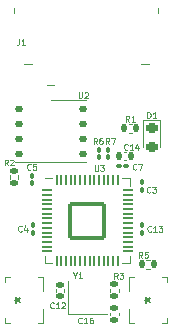
<source format=gto>
G04 #@! TF.GenerationSoftware,KiCad,Pcbnew,(6.0.5-0)*
G04 #@! TF.CreationDate,2022-11-02T01:33:32-04:00*
G04 #@! TF.ProjectId,rp_ducky,72705f64-7563-46b7-992e-6b696361645f,rev?*
G04 #@! TF.SameCoordinates,Original*
G04 #@! TF.FileFunction,Legend,Top*
G04 #@! TF.FilePolarity,Positive*
%FSLAX46Y46*%
G04 Gerber Fmt 4.6, Leading zero omitted, Abs format (unit mm)*
G04 Created by KiCad (PCBNEW (6.0.5-0)) date 2022-11-02 01:33:32*
%MOMM*%
%LPD*%
G01*
G04 APERTURE LIST*
G04 Aperture macros list*
%AMRoundRect*
0 Rectangle with rounded corners*
0 $1 Rounding radius*
0 $2 $3 $4 $5 $6 $7 $8 $9 X,Y pos of 4 corners*
0 Add a 4 corners polygon primitive as box body*
4,1,4,$2,$3,$4,$5,$6,$7,$8,$9,$2,$3,0*
0 Add four circle primitives for the rounded corners*
1,1,$1+$1,$2,$3*
1,1,$1+$1,$4,$5*
1,1,$1+$1,$6,$7*
1,1,$1+$1,$8,$9*
0 Add four rect primitives between the rounded corners*
20,1,$1+$1,$2,$3,$4,$5,0*
20,1,$1+$1,$4,$5,$6,$7,0*
20,1,$1+$1,$6,$7,$8,$9,0*
20,1,$1+$1,$8,$9,$2,$3,0*%
G04 Aperture macros list end*
%ADD10C,0.100000*%
%ADD11C,0.150000*%
%ADD12C,0.120000*%
%ADD13RoundRect,0.100000X-0.100000X0.130000X-0.100000X-0.130000X0.100000X-0.130000X0.100000X0.130000X0*%
%ADD14C,0.711200*%
%ADD15R,0.812800X0.508000*%
%ADD16R,0.508000X0.889000*%
%ADD17RoundRect,0.218750X-0.256250X0.218750X-0.256250X-0.218750X0.256250X-0.218750X0.256250X0.218750X0*%
%ADD18RoundRect,0.125000X-0.250000X-0.125000X0.250000X-0.125000X0.250000X0.125000X-0.250000X0.125000X0*%
%ADD19R,3.400000X4.300000*%
%ADD20RoundRect,0.100000X0.100000X-0.130000X0.100000X0.130000X-0.100000X0.130000X-0.100000X-0.130000X0*%
%ADD21RoundRect,0.100000X0.130000X0.100000X-0.130000X0.100000X-0.130000X-0.100000X0.130000X-0.100000X0*%
%ADD22R,1.150000X1.000000*%
%ADD23RoundRect,0.140000X0.170000X-0.140000X0.170000X0.140000X-0.170000X0.140000X-0.170000X-0.140000X0*%
%ADD24RoundRect,0.050000X-0.387500X-0.050000X0.387500X-0.050000X0.387500X0.050000X-0.387500X0.050000X0*%
%ADD25RoundRect,0.050000X-0.050000X-0.387500X0.050000X-0.387500X0.050000X0.387500X-0.050000X0.387500X0*%
%ADD26RoundRect,0.144000X-1.456000X-1.456000X1.456000X-1.456000X1.456000X1.456000X-1.456000X1.456000X0*%
%ADD27RoundRect,0.135000X0.135000X0.185000X-0.135000X0.185000X-0.135000X-0.185000X0.135000X-0.185000X0*%
%ADD28RoundRect,0.135000X0.185000X-0.135000X0.185000X0.135000X-0.185000X0.135000X-0.185000X-0.135000X0*%
%ADD29RoundRect,0.140000X-0.170000X0.140000X-0.170000X-0.140000X0.170000X-0.140000X0.170000X0.140000X0*%
%ADD30RoundRect,0.140000X0.140000X0.170000X-0.140000X0.170000X-0.140000X-0.170000X0.140000X-0.170000X0*%
%ADD31RoundRect,0.135000X-0.185000X0.135000X-0.185000X-0.135000X0.185000X-0.135000X0.185000X0.135000X0*%
%ADD32R,1.300000X1.700000*%
%ADD33C,2.600000*%
G04 APERTURE END LIST*
D10*
X92451666Y-55578571D02*
X92427857Y-55602380D01*
X92356428Y-55626190D01*
X92308809Y-55626190D01*
X92237380Y-55602380D01*
X92189761Y-55554761D01*
X92165952Y-55507142D01*
X92142142Y-55411904D01*
X92142142Y-55340476D01*
X92165952Y-55245238D01*
X92189761Y-55197619D01*
X92237380Y-55150000D01*
X92308809Y-55126190D01*
X92356428Y-55126190D01*
X92427857Y-55150000D01*
X92451666Y-55173809D01*
X92618333Y-55126190D02*
X92927857Y-55126190D01*
X92761190Y-55316666D01*
X92832619Y-55316666D01*
X92880238Y-55340476D01*
X92904047Y-55364285D01*
X92927857Y-55411904D01*
X92927857Y-55530952D01*
X92904047Y-55578571D01*
X92880238Y-55602380D01*
X92832619Y-55626190D01*
X92689761Y-55626190D01*
X92642142Y-55602380D01*
X92618333Y-55578571D01*
D11*
X80948180Y-64700000D02*
X81186276Y-64700000D01*
X81091038Y-64938095D02*
X81186276Y-64700000D01*
X81091038Y-64461904D01*
X81376752Y-64842857D02*
X81186276Y-64700000D01*
X81376752Y-64557142D01*
D10*
X92180952Y-49296190D02*
X92180952Y-48796190D01*
X92300000Y-48796190D01*
X92371428Y-48820000D01*
X92419047Y-48867619D01*
X92442857Y-48915238D01*
X92466666Y-49010476D01*
X92466666Y-49081904D01*
X92442857Y-49177142D01*
X92419047Y-49224761D01*
X92371428Y-49272380D01*
X92300000Y-49296190D01*
X92180952Y-49296190D01*
X92942857Y-49296190D02*
X92657142Y-49296190D01*
X92800000Y-49296190D02*
X92800000Y-48796190D01*
X92752380Y-48867619D01*
X92704761Y-48915238D01*
X92657142Y-48939047D01*
X86369047Y-47096190D02*
X86369047Y-47500952D01*
X86392857Y-47548571D01*
X86416666Y-47572380D01*
X86464285Y-47596190D01*
X86559523Y-47596190D01*
X86607142Y-47572380D01*
X86630952Y-47548571D01*
X86654761Y-47500952D01*
X86654761Y-47096190D01*
X86869047Y-47143809D02*
X86892857Y-47120000D01*
X86940476Y-47096190D01*
X87059523Y-47096190D01*
X87107142Y-47120000D01*
X87130952Y-47143809D01*
X87154761Y-47191428D01*
X87154761Y-47239047D01*
X87130952Y-47310476D01*
X86845238Y-47596190D01*
X87154761Y-47596190D01*
X88966666Y-51496190D02*
X88800000Y-51258095D01*
X88680952Y-51496190D02*
X88680952Y-50996190D01*
X88871428Y-50996190D01*
X88919047Y-51020000D01*
X88942857Y-51043809D01*
X88966666Y-51091428D01*
X88966666Y-51162857D01*
X88942857Y-51210476D01*
X88919047Y-51234285D01*
X88871428Y-51258095D01*
X88680952Y-51258095D01*
X89133333Y-50996190D02*
X89466666Y-50996190D01*
X89252380Y-51496190D01*
X91246666Y-53618571D02*
X91222857Y-53642380D01*
X91151428Y-53666190D01*
X91103809Y-53666190D01*
X91032380Y-53642380D01*
X90984761Y-53594761D01*
X90960952Y-53547142D01*
X90937142Y-53451904D01*
X90937142Y-53380476D01*
X90960952Y-53285238D01*
X90984761Y-53237619D01*
X91032380Y-53190000D01*
X91103809Y-53166190D01*
X91151428Y-53166190D01*
X91222857Y-53190000D01*
X91246666Y-53213809D01*
X91413333Y-53166190D02*
X91746666Y-53166190D01*
X91532380Y-53666190D01*
X86051904Y-62638095D02*
X86051904Y-62876190D01*
X85885238Y-62376190D02*
X86051904Y-62638095D01*
X86218571Y-62376190D01*
X86647142Y-62876190D02*
X86361428Y-62876190D01*
X86504285Y-62876190D02*
X86504285Y-62376190D01*
X86456666Y-62447619D01*
X86409047Y-62495238D01*
X86361428Y-62519047D01*
X82316666Y-53638571D02*
X82292857Y-53662380D01*
X82221428Y-53686190D01*
X82173809Y-53686190D01*
X82102380Y-53662380D01*
X82054761Y-53614761D01*
X82030952Y-53567142D01*
X82007142Y-53471904D01*
X82007142Y-53400476D01*
X82030952Y-53305238D01*
X82054761Y-53257619D01*
X82102380Y-53210000D01*
X82173809Y-53186190D01*
X82221428Y-53186190D01*
X82292857Y-53210000D01*
X82316666Y-53233809D01*
X82769047Y-53186190D02*
X82530952Y-53186190D01*
X82507142Y-53424285D01*
X82530952Y-53400476D01*
X82578571Y-53376666D01*
X82697619Y-53376666D01*
X82745238Y-53400476D01*
X82769047Y-53424285D01*
X82792857Y-53471904D01*
X82792857Y-53590952D01*
X82769047Y-53638571D01*
X82745238Y-53662380D01*
X82697619Y-53686190D01*
X82578571Y-53686190D01*
X82530952Y-53662380D01*
X82507142Y-53638571D01*
X81546666Y-58863571D02*
X81522857Y-58887380D01*
X81451428Y-58911190D01*
X81403809Y-58911190D01*
X81332380Y-58887380D01*
X81284761Y-58839761D01*
X81260952Y-58792142D01*
X81237142Y-58696904D01*
X81237142Y-58625476D01*
X81260952Y-58530238D01*
X81284761Y-58482619D01*
X81332380Y-58435000D01*
X81403809Y-58411190D01*
X81451428Y-58411190D01*
X81522857Y-58435000D01*
X81546666Y-58458809D01*
X81975238Y-58577857D02*
X81975238Y-58911190D01*
X81856190Y-58387380D02*
X81737142Y-58744523D01*
X82046666Y-58744523D01*
X86628571Y-66648571D02*
X86604761Y-66672380D01*
X86533333Y-66696190D01*
X86485714Y-66696190D01*
X86414285Y-66672380D01*
X86366666Y-66624761D01*
X86342857Y-66577142D01*
X86319047Y-66481904D01*
X86319047Y-66410476D01*
X86342857Y-66315238D01*
X86366666Y-66267619D01*
X86414285Y-66220000D01*
X86485714Y-66196190D01*
X86533333Y-66196190D01*
X86604761Y-66220000D01*
X86628571Y-66243809D01*
X87104761Y-66696190D02*
X86819047Y-66696190D01*
X86961904Y-66696190D02*
X86961904Y-66196190D01*
X86914285Y-66267619D01*
X86866666Y-66315238D01*
X86819047Y-66339047D01*
X87533333Y-66196190D02*
X87438095Y-66196190D01*
X87390476Y-66220000D01*
X87366666Y-66243809D01*
X87319047Y-66315238D01*
X87295238Y-66410476D01*
X87295238Y-66600952D01*
X87319047Y-66648571D01*
X87342857Y-66672380D01*
X87390476Y-66696190D01*
X87485714Y-66696190D01*
X87533333Y-66672380D01*
X87557142Y-66648571D01*
X87580952Y-66600952D01*
X87580952Y-66481904D01*
X87557142Y-66434285D01*
X87533333Y-66410476D01*
X87485714Y-66386666D01*
X87390476Y-66386666D01*
X87342857Y-66410476D01*
X87319047Y-66434285D01*
X87295238Y-66481904D01*
X87734047Y-53281190D02*
X87734047Y-53685952D01*
X87757857Y-53733571D01*
X87781666Y-53757380D01*
X87829285Y-53781190D01*
X87924523Y-53781190D01*
X87972142Y-53757380D01*
X87995952Y-53733571D01*
X88019761Y-53685952D01*
X88019761Y-53281190D01*
X88210238Y-53281190D02*
X88519761Y-53281190D01*
X88353095Y-53471666D01*
X88424523Y-53471666D01*
X88472142Y-53495476D01*
X88495952Y-53519285D01*
X88519761Y-53566904D01*
X88519761Y-53685952D01*
X88495952Y-53733571D01*
X88472142Y-53757380D01*
X88424523Y-53781190D01*
X88281666Y-53781190D01*
X88234047Y-53757380D01*
X88210238Y-53733571D01*
D11*
X91956580Y-64700000D02*
X92194676Y-64700000D01*
X92099438Y-64938095D02*
X92194676Y-64700000D01*
X92099438Y-64461904D01*
X92385152Y-64842857D02*
X92194676Y-64700000D01*
X92385152Y-64557142D01*
D10*
X91766666Y-61126190D02*
X91600000Y-60888095D01*
X91480952Y-61126190D02*
X91480952Y-60626190D01*
X91671428Y-60626190D01*
X91719047Y-60650000D01*
X91742857Y-60673809D01*
X91766666Y-60721428D01*
X91766666Y-60792857D01*
X91742857Y-60840476D01*
X91719047Y-60864285D01*
X91671428Y-60888095D01*
X91480952Y-60888095D01*
X92219047Y-60626190D02*
X91980952Y-60626190D01*
X91957142Y-60864285D01*
X91980952Y-60840476D01*
X92028571Y-60816666D01*
X92147619Y-60816666D01*
X92195238Y-60840476D01*
X92219047Y-60864285D01*
X92242857Y-60911904D01*
X92242857Y-61030952D01*
X92219047Y-61078571D01*
X92195238Y-61102380D01*
X92147619Y-61126190D01*
X92028571Y-61126190D01*
X91980952Y-61102380D01*
X91957142Y-61078571D01*
X89666666Y-62896190D02*
X89500000Y-62658095D01*
X89380952Y-62896190D02*
X89380952Y-62396190D01*
X89571428Y-62396190D01*
X89619047Y-62420000D01*
X89642857Y-62443809D01*
X89666666Y-62491428D01*
X89666666Y-62562857D01*
X89642857Y-62610476D01*
X89619047Y-62634285D01*
X89571428Y-62658095D01*
X89380952Y-62658095D01*
X89833333Y-62396190D02*
X90142857Y-62396190D01*
X89976190Y-62586666D01*
X90047619Y-62586666D01*
X90095238Y-62610476D01*
X90119047Y-62634285D01*
X90142857Y-62681904D01*
X90142857Y-62800952D01*
X90119047Y-62848571D01*
X90095238Y-62872380D01*
X90047619Y-62896190D01*
X89904761Y-62896190D01*
X89857142Y-62872380D01*
X89833333Y-62848571D01*
X92508571Y-58888571D02*
X92484761Y-58912380D01*
X92413333Y-58936190D01*
X92365714Y-58936190D01*
X92294285Y-58912380D01*
X92246666Y-58864761D01*
X92222857Y-58817142D01*
X92199047Y-58721904D01*
X92199047Y-58650476D01*
X92222857Y-58555238D01*
X92246666Y-58507619D01*
X92294285Y-58460000D01*
X92365714Y-58436190D01*
X92413333Y-58436190D01*
X92484761Y-58460000D01*
X92508571Y-58483809D01*
X92984761Y-58936190D02*
X92699047Y-58936190D01*
X92841904Y-58936190D02*
X92841904Y-58436190D01*
X92794285Y-58507619D01*
X92746666Y-58555238D01*
X92699047Y-58579047D01*
X93151428Y-58436190D02*
X93460952Y-58436190D01*
X93294285Y-58626666D01*
X93365714Y-58626666D01*
X93413333Y-58650476D01*
X93437142Y-58674285D01*
X93460952Y-58721904D01*
X93460952Y-58840952D01*
X93437142Y-58888571D01*
X93413333Y-58912380D01*
X93365714Y-58936190D01*
X93222857Y-58936190D01*
X93175238Y-58912380D01*
X93151428Y-58888571D01*
X84263571Y-65358571D02*
X84239761Y-65382380D01*
X84168333Y-65406190D01*
X84120714Y-65406190D01*
X84049285Y-65382380D01*
X84001666Y-65334761D01*
X83977857Y-65287142D01*
X83954047Y-65191904D01*
X83954047Y-65120476D01*
X83977857Y-65025238D01*
X84001666Y-64977619D01*
X84049285Y-64930000D01*
X84120714Y-64906190D01*
X84168333Y-64906190D01*
X84239761Y-64930000D01*
X84263571Y-64953809D01*
X84739761Y-65406190D02*
X84454047Y-65406190D01*
X84596904Y-65406190D02*
X84596904Y-64906190D01*
X84549285Y-64977619D01*
X84501666Y-65025238D01*
X84454047Y-65049047D01*
X84930238Y-64953809D02*
X84954047Y-64930000D01*
X85001666Y-64906190D01*
X85120714Y-64906190D01*
X85168333Y-64930000D01*
X85192142Y-64953809D01*
X85215952Y-65001428D01*
X85215952Y-65049047D01*
X85192142Y-65120476D01*
X84906428Y-65406190D01*
X85215952Y-65406190D01*
X87916666Y-51496190D02*
X87750000Y-51258095D01*
X87630952Y-51496190D02*
X87630952Y-50996190D01*
X87821428Y-50996190D01*
X87869047Y-51020000D01*
X87892857Y-51043809D01*
X87916666Y-51091428D01*
X87916666Y-51162857D01*
X87892857Y-51210476D01*
X87869047Y-51234285D01*
X87821428Y-51258095D01*
X87630952Y-51258095D01*
X88345238Y-50996190D02*
X88250000Y-50996190D01*
X88202380Y-51020000D01*
X88178571Y-51043809D01*
X88130952Y-51115238D01*
X88107142Y-51210476D01*
X88107142Y-51400952D01*
X88130952Y-51448571D01*
X88154761Y-51472380D01*
X88202380Y-51496190D01*
X88297619Y-51496190D01*
X88345238Y-51472380D01*
X88369047Y-51448571D01*
X88392857Y-51400952D01*
X88392857Y-51281904D01*
X88369047Y-51234285D01*
X88345238Y-51210476D01*
X88297619Y-51186666D01*
X88202380Y-51186666D01*
X88154761Y-51210476D01*
X88130952Y-51234285D01*
X88107142Y-51281904D01*
X90518571Y-51948571D02*
X90494761Y-51972380D01*
X90423333Y-51996190D01*
X90375714Y-51996190D01*
X90304285Y-51972380D01*
X90256666Y-51924761D01*
X90232857Y-51877142D01*
X90209047Y-51781904D01*
X90209047Y-51710476D01*
X90232857Y-51615238D01*
X90256666Y-51567619D01*
X90304285Y-51520000D01*
X90375714Y-51496190D01*
X90423333Y-51496190D01*
X90494761Y-51520000D01*
X90518571Y-51543809D01*
X90994761Y-51996190D02*
X90709047Y-51996190D01*
X90851904Y-51996190D02*
X90851904Y-51496190D01*
X90804285Y-51567619D01*
X90756666Y-51615238D01*
X90709047Y-51639047D01*
X91423333Y-51662857D02*
X91423333Y-51996190D01*
X91304285Y-51472380D02*
X91185238Y-51829523D01*
X91494761Y-51829523D01*
X80396666Y-53316190D02*
X80230000Y-53078095D01*
X80110952Y-53316190D02*
X80110952Y-52816190D01*
X80301428Y-52816190D01*
X80349047Y-52840000D01*
X80372857Y-52863809D01*
X80396666Y-52911428D01*
X80396666Y-52982857D01*
X80372857Y-53030476D01*
X80349047Y-53054285D01*
X80301428Y-53078095D01*
X80110952Y-53078095D01*
X80587142Y-52863809D02*
X80610952Y-52840000D01*
X80658571Y-52816190D01*
X80777619Y-52816190D01*
X80825238Y-52840000D01*
X80849047Y-52863809D01*
X80872857Y-52911428D01*
X80872857Y-52959047D01*
X80849047Y-53030476D01*
X80563333Y-53316190D01*
X80872857Y-53316190D01*
X81323333Y-42606190D02*
X81323333Y-42963333D01*
X81299523Y-43034761D01*
X81251904Y-43082380D01*
X81180476Y-43106190D01*
X81132857Y-43106190D01*
X81823333Y-43106190D02*
X81537619Y-43106190D01*
X81680476Y-43106190D02*
X81680476Y-42606190D01*
X81632857Y-42677619D01*
X81585238Y-42725238D01*
X81537619Y-42749047D01*
X90666666Y-49596190D02*
X90500000Y-49358095D01*
X90380952Y-49596190D02*
X90380952Y-49096190D01*
X90571428Y-49096190D01*
X90619047Y-49120000D01*
X90642857Y-49143809D01*
X90666666Y-49191428D01*
X90666666Y-49262857D01*
X90642857Y-49310476D01*
X90619047Y-49334285D01*
X90571428Y-49358095D01*
X90380952Y-49358095D01*
X91142857Y-49596190D02*
X90857142Y-49596190D01*
X91000000Y-49596190D02*
X91000000Y-49096190D01*
X90952380Y-49167619D01*
X90904761Y-49215238D01*
X90857142Y-49239047D01*
D12*
X83350000Y-63922760D02*
X83350000Y-62769600D01*
X80150000Y-62770000D02*
X80150000Y-63200000D01*
X80560000Y-62769600D02*
X80150000Y-62769600D01*
X80150000Y-66230000D02*
X80150000Y-66630000D01*
X83343931Y-62769600D02*
X82956070Y-62769600D01*
X80150000Y-66630400D02*
X80560000Y-66630400D01*
X82950000Y-66630400D02*
X83337861Y-66630400D01*
X83350000Y-66630400D02*
X83350000Y-65477240D01*
X93285000Y-49485000D02*
X91815000Y-49485000D01*
X91815000Y-49485000D02*
X91815000Y-51770000D01*
X93285000Y-51770000D02*
X93285000Y-49485000D01*
X81000000Y-53010000D02*
X87000000Y-53010000D01*
X84000000Y-47790000D02*
X87000000Y-47790000D01*
X85450000Y-63100000D02*
X85450000Y-65900000D01*
X85450000Y-65900000D02*
X88750000Y-65900000D01*
X89040000Y-66007836D02*
X89040000Y-65792164D01*
X89760000Y-66007836D02*
X89760000Y-65792164D01*
X90710000Y-61610000D02*
X90710000Y-60960000D01*
X84140000Y-61610000D02*
X83490000Y-61610000D01*
X90710000Y-54390000D02*
X90710000Y-55040000D01*
X90060000Y-54390000D02*
X90710000Y-54390000D01*
X90060000Y-61610000D02*
X90710000Y-61610000D01*
X84140000Y-54390000D02*
X83490000Y-54390000D01*
X83490000Y-61610000D02*
X83490000Y-60960000D01*
X90656069Y-66630400D02*
X91043930Y-66630400D01*
X93850000Y-63170000D02*
X93850000Y-62770000D01*
X93850000Y-66630000D02*
X93850000Y-66200000D01*
X91050000Y-62769600D02*
X90662139Y-62769600D01*
X93440000Y-66630400D02*
X93850000Y-66630400D01*
X90650000Y-62769600D02*
X90650000Y-63922760D01*
X93850000Y-62769600D02*
X93440000Y-62769600D01*
X90650000Y-65477240D02*
X90650000Y-66630400D01*
X92403641Y-61320000D02*
X92096359Y-61320000D01*
X92403641Y-62080000D02*
X92096359Y-62080000D01*
X89020000Y-64053641D02*
X89020000Y-63746359D01*
X89780000Y-64053641D02*
X89780000Y-63746359D01*
X85160000Y-63792164D02*
X85160000Y-64007836D01*
X84440000Y-63792164D02*
X84440000Y-64007836D01*
X90407836Y-52140000D02*
X90192164Y-52140000D01*
X90407836Y-52860000D02*
X90192164Y-52860000D01*
X80520000Y-54146359D02*
X80520000Y-54453641D01*
X81280000Y-54146359D02*
X81280000Y-54453641D01*
X91610000Y-44745000D02*
X92290000Y-44745000D01*
X93060000Y-40005000D02*
X93060000Y-40405000D01*
X84300000Y-46520000D02*
X83700000Y-46520000D01*
X80940000Y-40005000D02*
X80940000Y-40405000D01*
X82390000Y-44745000D02*
X81710000Y-44745000D01*
X90903641Y-49802500D02*
X90596359Y-49802500D01*
X90903641Y-50562500D02*
X90596359Y-50562500D01*
%LPC*%
D13*
X91700000Y-54750000D03*
X91700000Y-55390000D03*
D14*
X81750000Y-63699999D03*
X81750000Y-65700001D03*
D15*
X81150001Y-62999998D03*
D16*
X83399999Y-64700000D03*
D15*
X81150001Y-66400002D03*
X82349999Y-66400002D03*
X82349999Y-62999998D03*
D17*
X92550000Y-50182500D03*
X92550000Y-51757500D03*
D18*
X81300000Y-48495000D03*
X81300000Y-49765000D03*
X81300000Y-51035000D03*
X81300000Y-52305000D03*
X86700000Y-52305000D03*
X86700000Y-51035000D03*
X86700000Y-49765000D03*
X86700000Y-48495000D03*
D19*
X84000000Y-50400000D03*
D20*
X88900000Y-52620000D03*
X88900000Y-51980000D03*
D21*
X90420000Y-53400000D03*
X89780000Y-53400000D03*
D22*
X86225000Y-65200000D03*
X87975000Y-65200000D03*
X87975000Y-63800000D03*
X86225000Y-63800000D03*
D13*
X82400000Y-54180000D03*
X82400000Y-54820000D03*
X82495000Y-58365000D03*
X82495000Y-59005000D03*
D23*
X89400000Y-66380000D03*
X89400000Y-65420000D03*
D24*
X83662500Y-55400000D03*
X83662500Y-55800000D03*
X83662500Y-56200000D03*
X83662500Y-56600000D03*
X83662500Y-57000000D03*
X83662500Y-57400000D03*
X83662500Y-57800000D03*
X83662500Y-58200000D03*
X83662500Y-58600000D03*
X83662500Y-59000000D03*
X83662500Y-59400000D03*
X83662500Y-59800000D03*
X83662500Y-60200000D03*
X83662500Y-60600000D03*
D25*
X84500000Y-61437500D03*
X84900000Y-61437500D03*
X85300000Y-61437500D03*
X85700000Y-61437500D03*
X86100000Y-61437500D03*
X86500000Y-61437500D03*
X86900000Y-61437500D03*
X87300000Y-61437500D03*
X87700000Y-61437500D03*
X88100000Y-61437500D03*
X88500000Y-61437500D03*
X88900000Y-61437500D03*
X89300000Y-61437500D03*
X89700000Y-61437500D03*
D24*
X90537500Y-60600000D03*
X90537500Y-60200000D03*
X90537500Y-59800000D03*
X90537500Y-59400000D03*
X90537500Y-59000000D03*
X90537500Y-58600000D03*
X90537500Y-58200000D03*
X90537500Y-57800000D03*
X90537500Y-57400000D03*
X90537500Y-57000000D03*
X90537500Y-56600000D03*
X90537500Y-56200000D03*
X90537500Y-55800000D03*
X90537500Y-55400000D03*
D25*
X89700000Y-54562500D03*
X89300000Y-54562500D03*
X88900000Y-54562500D03*
X88500000Y-54562500D03*
X88100000Y-54562500D03*
X87700000Y-54562500D03*
X87300000Y-54562500D03*
X86900000Y-54562500D03*
X86500000Y-54562500D03*
X86100000Y-54562500D03*
X85700000Y-54562500D03*
X85300000Y-54562500D03*
X84900000Y-54562500D03*
X84500000Y-54562500D03*
D26*
X87100000Y-58000000D03*
D14*
X92250000Y-63699999D03*
X92250000Y-65700001D03*
D15*
X92849999Y-66400002D03*
X91650001Y-62999998D03*
X92849999Y-62999998D03*
D16*
X90600001Y-64700000D03*
D15*
X91650001Y-66400002D03*
D27*
X92760000Y-61700000D03*
X91740000Y-61700000D03*
D28*
X89400000Y-64410000D03*
X89400000Y-63390000D03*
D13*
X91700000Y-58380000D03*
X91700000Y-59020000D03*
D29*
X84800000Y-63420000D03*
X84800000Y-64380000D03*
D20*
X88100000Y-52620000D03*
X88100000Y-51980000D03*
D30*
X90780000Y-52500000D03*
X89820000Y-52500000D03*
D31*
X80900000Y-53790000D03*
X80900000Y-54810000D03*
D32*
X83500000Y-44595000D03*
X86000000Y-44595000D03*
X88000000Y-44595000D03*
X90500000Y-44595000D03*
D33*
X89250000Y-42245000D03*
X84650000Y-42245000D03*
D27*
X91260000Y-50182500D03*
X90240000Y-50182500D03*
M02*

</source>
